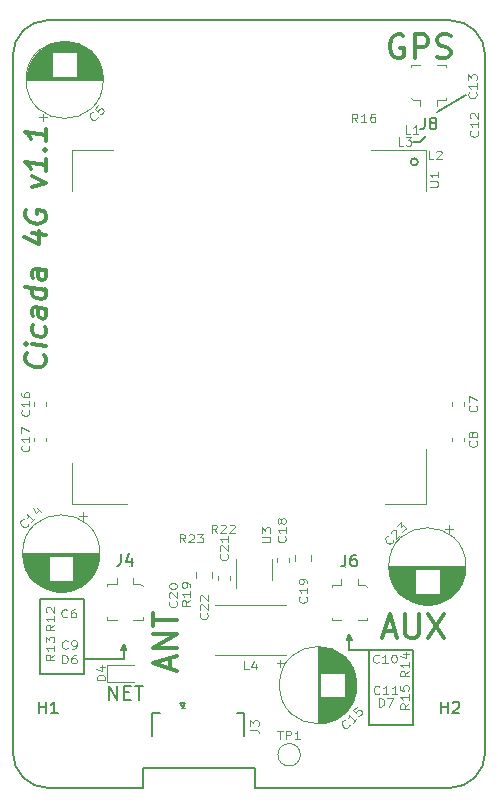
<source format=gto>
G04 #@! TF.GenerationSoftware,KiCad,Pcbnew,(5.1.0-10-g6006703)*
G04 #@! TF.CreationDate,2019-05-20T20:44:00+08:00*
G04 #@! TF.ProjectId,cicada-4g,63696361-6461-42d3-9467-2e6b69636164,0.1*
G04 #@! TF.SameCoordinates,PX7cee6c0PY3dfd240*
G04 #@! TF.FileFunction,Legend,Top*
G04 #@! TF.FilePolarity,Positive*
%FSLAX46Y46*%
G04 Gerber Fmt 4.6, Leading zero omitted, Abs format (unit mm)*
G04 Created by KiCad (PCBNEW (5.1.0-10-g6006703)) date 2019-05-20 20:44:00*
%MOMM*%
%LPD*%
G04 APERTURE LIST*
%ADD10C,0.200000*%
%ADD11C,0.300000*%
%ADD12C,0.150000*%
%ADD13C,0.350000*%
%ADD14C,0.120000*%
%ADD15C,0.099060*%
%ADD16C,0.100000*%
G04 APERTURE END LIST*
D10*
X-11842858Y-52542857D02*
X-11842858Y-51342857D01*
X-11157143Y-52542857D01*
X-11157143Y-51342857D01*
X-10585715Y-51914285D02*
X-10185715Y-51914285D01*
X-10014286Y-52542857D02*
X-10585715Y-52542857D01*
X-10585715Y-51342857D01*
X-10014286Y-51342857D01*
X-9671429Y-51342857D02*
X-8985715Y-51342857D01*
X-9328572Y-52542857D02*
X-9328572Y-51342857D01*
D11*
X13071428Y3700000D02*
X12880952Y3795239D01*
X12595238Y3795239D01*
X12309523Y3700000D01*
X12119047Y3509524D01*
X12023809Y3319048D01*
X11928571Y2938096D01*
X11928571Y2652381D01*
X12023809Y2271429D01*
X12119047Y2080953D01*
X12309523Y1890477D01*
X12595238Y1795239D01*
X12785714Y1795239D01*
X13071428Y1890477D01*
X13166666Y1985715D01*
X13166666Y2652381D01*
X12785714Y2652381D01*
X14023809Y1795239D02*
X14023809Y3795239D01*
X14785714Y3795239D01*
X14976190Y3700000D01*
X15071428Y3604762D01*
X15166666Y3414286D01*
X15166666Y3128572D01*
X15071428Y2938096D01*
X14976190Y2842858D01*
X14785714Y2747620D01*
X14023809Y2747620D01*
X15928571Y1890477D02*
X16214285Y1795239D01*
X16690476Y1795239D01*
X16880952Y1890477D01*
X16976190Y1985715D01*
X17071428Y2176191D01*
X17071428Y2366667D01*
X16976190Y2557143D01*
X16880952Y2652381D01*
X16690476Y2747620D01*
X16309523Y2842858D01*
X16119047Y2938096D01*
X16023809Y3033334D01*
X15928571Y3223810D01*
X15928571Y3414286D01*
X16023809Y3604762D01*
X16119047Y3700000D01*
X16309523Y3795239D01*
X16785714Y3795239D01*
X17071428Y3700000D01*
X11423809Y-46733333D02*
X12376190Y-46733333D01*
X11233333Y-47304761D02*
X11900000Y-45304761D01*
X12566666Y-47304761D01*
X13233333Y-45304761D02*
X13233333Y-46923809D01*
X13328571Y-47114285D01*
X13423809Y-47209523D01*
X13614285Y-47304761D01*
X13995238Y-47304761D01*
X14185714Y-47209523D01*
X14280952Y-47114285D01*
X14376190Y-46923809D01*
X14376190Y-45304761D01*
X15138095Y-45304761D02*
X16471428Y-47304761D01*
X16471428Y-45304761D02*
X15138095Y-47304761D01*
X-6666667Y-49935714D02*
X-6666667Y-48983333D01*
X-6095239Y-50126190D02*
X-8095239Y-49459523D01*
X-6095239Y-48792857D01*
X-6095239Y-48126190D02*
X-8095239Y-48126190D01*
X-6095239Y-46983333D01*
X-8095239Y-46983333D01*
X-8095239Y-46316666D02*
X-8095239Y-45173809D01*
X-6095239Y-45745238D02*
X-8095239Y-45745238D01*
D12*
X14500000Y-5300000D02*
X15000000Y-4800000D01*
X13900000Y-5300000D02*
X14500000Y-5300000D01*
X18400000Y-1350000D02*
X15900000Y-2800000D01*
X-10800000Y-48300000D02*
X-10400000Y-48300000D01*
X-17700000Y-50400000D02*
X-17700000Y-44000000D01*
X-10400000Y-48300000D02*
X-10600000Y-47800000D01*
X-10600000Y-49100000D02*
X-14000000Y-49100000D01*
X-10600000Y-47800000D02*
X-10800000Y-48300000D01*
X-17700000Y-44000000D02*
X-14000000Y-44000000D01*
X-10600000Y-49100000D02*
X-10600000Y-47800000D01*
X-14000000Y-44000000D02*
X-14000000Y-50400000D01*
X-14000000Y-50400000D02*
X-17700000Y-50400000D01*
X8700000Y-47500000D02*
X8500000Y-47000000D01*
X8300000Y-47500000D02*
X8700000Y-47500000D01*
X8500000Y-47000000D02*
X8300000Y-47500000D01*
X8500000Y-48300000D02*
X8500000Y-47000000D01*
X10200000Y-48300000D02*
X8500000Y-48300000D01*
X10200000Y-54700000D02*
X10200000Y-48300000D01*
X13900000Y-54700000D02*
X10200000Y-54700000D01*
X13900000Y-48300000D02*
X13900000Y-54700000D01*
X10200000Y-48300000D02*
X13900000Y-48300000D01*
X500000Y-60000000D02*
X17000000Y-60000000D01*
X500000Y-58300000D02*
X500000Y-60000000D01*
X-9000000Y-58300000D02*
X500000Y-58300000D01*
X-9000000Y-60000000D02*
X-9000000Y-58300000D01*
D13*
X-17357143Y-23357901D02*
X-17271429Y-23454330D01*
X-17185715Y-23722187D01*
X-17185715Y-23893616D01*
X-17271429Y-24140044D01*
X-17442858Y-24290044D01*
X-17614286Y-24354330D01*
X-17957143Y-24397187D01*
X-18214286Y-24365044D01*
X-18557143Y-24236473D01*
X-18728572Y-24129330D01*
X-18900000Y-23936473D01*
X-18985715Y-23668616D01*
X-18985715Y-23497187D01*
X-18900000Y-23250758D01*
X-18814286Y-23175758D01*
X-17185715Y-22607901D02*
X-18385715Y-22457901D01*
X-18985715Y-22382901D02*
X-18900000Y-22479330D01*
X-18814286Y-22404330D01*
X-18900000Y-22307901D01*
X-18985715Y-22382901D01*
X-18814286Y-22404330D01*
X-17271429Y-20968616D02*
X-17185715Y-21150758D01*
X-17185715Y-21493616D01*
X-17271429Y-21654330D01*
X-17357143Y-21729330D01*
X-17528572Y-21793616D01*
X-18042858Y-21729330D01*
X-18214286Y-21622187D01*
X-18300000Y-21525758D01*
X-18385715Y-21343616D01*
X-18385715Y-21000758D01*
X-18300000Y-20840044D01*
X-17185715Y-19436473D02*
X-18128572Y-19318616D01*
X-18300000Y-19382901D01*
X-18385715Y-19543616D01*
X-18385715Y-19886473D01*
X-18300000Y-20068616D01*
X-17271429Y-19425758D02*
X-17185715Y-19607901D01*
X-17185715Y-20036473D01*
X-17271429Y-20197187D01*
X-17442858Y-20261473D01*
X-17614286Y-20240044D01*
X-17785715Y-20132901D01*
X-17871429Y-19950758D01*
X-17871429Y-19522187D01*
X-17957143Y-19340044D01*
X-17185715Y-17807901D02*
X-18985715Y-17582901D01*
X-17271429Y-17797187D02*
X-17185715Y-17979330D01*
X-17185715Y-18322187D01*
X-17271429Y-18482901D01*
X-17357143Y-18557901D01*
X-17528572Y-18622187D01*
X-18042858Y-18557901D01*
X-18214286Y-18450758D01*
X-18300000Y-18354330D01*
X-18385715Y-18172187D01*
X-18385715Y-17829330D01*
X-18300000Y-17668616D01*
X-17185715Y-16179330D02*
X-18128572Y-16061473D01*
X-18300000Y-16125758D01*
X-18385715Y-16286473D01*
X-18385715Y-16629330D01*
X-18300000Y-16811473D01*
X-17271429Y-16168616D02*
X-17185715Y-16350758D01*
X-17185715Y-16779330D01*
X-17271429Y-16940044D01*
X-17442858Y-17004330D01*
X-17614286Y-16982901D01*
X-17785715Y-16875758D01*
X-17871429Y-16693616D01*
X-17871429Y-16265044D01*
X-17957143Y-16082901D01*
X-18385715Y-13029330D02*
X-17185715Y-13179330D01*
X-19071429Y-13372187D02*
X-17785715Y-13961473D01*
X-17785715Y-12847187D01*
X-18900000Y-11079330D02*
X-18985715Y-11240044D01*
X-18985715Y-11497187D01*
X-18900000Y-11765044D01*
X-18728572Y-11957901D01*
X-18557143Y-12065044D01*
X-18214286Y-12193616D01*
X-17957143Y-12225758D01*
X-17614286Y-12182901D01*
X-17442858Y-12118616D01*
X-17271429Y-11968616D01*
X-17185715Y-11722187D01*
X-17185715Y-11550758D01*
X-17271429Y-11282901D01*
X-17357143Y-11186473D01*
X-17957143Y-11111473D01*
X-17957143Y-11454330D01*
X-18385715Y-9086473D02*
X-17185715Y-8807901D01*
X-18385715Y-8229330D01*
X-17185715Y-6750758D02*
X-17185715Y-7779330D01*
X-17185715Y-7265044D02*
X-18985715Y-7040044D01*
X-18728572Y-7243616D01*
X-18557143Y-7436473D01*
X-18471429Y-7618616D01*
X-17357143Y-5957901D02*
X-17271429Y-5882901D01*
X-17185715Y-5979330D01*
X-17271429Y-6054330D01*
X-17357143Y-5957901D01*
X-17185715Y-5979330D01*
X-17185715Y-4179330D02*
X-17185715Y-5207901D01*
X-17185715Y-4693616D02*
X-18985715Y-4468616D01*
X-18728572Y-4672187D01*
X-18557143Y-4865044D01*
X-18471429Y-5047187D01*
D12*
X-17000000Y-60000000D02*
G75*
G02X-20000000Y-57000000I0J3000000D01*
G01*
X20000000Y-57000000D02*
G75*
G02X17000000Y-60000000I-3000000J0D01*
G01*
X17000000Y5000000D02*
G75*
G02X20000000Y2000000I0J-3000000D01*
G01*
X-20000000Y2000000D02*
G75*
G02X-17000000Y5000000I3000000J0D01*
G01*
X-20000000Y-57000000D02*
X-20000000Y2000000D01*
X-9000000Y-60000000D02*
X-17000000Y-60000000D01*
X20000000Y2000000D02*
X20000000Y-57000000D01*
X-17000000Y5000000D02*
X17000000Y5000000D01*
D14*
X13700000Y1200000D02*
X14500000Y1200000D01*
X13700000Y1000000D02*
X13700000Y1200000D01*
X16700000Y1200000D02*
X16700000Y1000000D01*
X15900000Y1200000D02*
X16700000Y1200000D01*
X16700000Y-1800000D02*
X15900000Y-1800000D01*
X16700000Y-1600000D02*
X16700000Y-1800000D01*
X13900000Y-1800000D02*
X13700000Y-1600000D01*
X14500000Y-1800000D02*
X13900000Y-1800000D01*
X14500000Y-1800000D02*
X14500000Y-2300000D01*
X15900000Y-1800000D02*
X15900000Y-2300000D01*
X10000000Y-45800000D02*
X9200000Y-45800000D01*
X10000000Y-45600000D02*
X10000000Y-45800000D01*
X7000000Y-45800000D02*
X7000000Y-45600000D01*
X7800000Y-45800000D02*
X7000000Y-45800000D01*
X7000000Y-42800000D02*
X7800000Y-42800000D01*
X7000000Y-43000000D02*
X7000000Y-42800000D01*
X9800000Y-42800000D02*
X10000000Y-43000000D01*
X9200000Y-42800000D02*
X9800000Y-42800000D01*
X9200000Y-42800000D02*
X9200000Y-42300000D01*
X7800000Y-42800000D02*
X7800000Y-42300000D01*
X-9000000Y-45750000D02*
X-9800000Y-45750000D01*
X-9000000Y-45550000D02*
X-9000000Y-45750000D01*
X-12000000Y-45750000D02*
X-12000000Y-45550000D01*
X-11200000Y-45750000D02*
X-12000000Y-45750000D01*
X-12000000Y-42750000D02*
X-11200000Y-42750000D01*
X-12000000Y-42950000D02*
X-12000000Y-42750000D01*
X-9200000Y-42750000D02*
X-9000000Y-42950000D01*
X-9800000Y-42750000D02*
X-9200000Y-42750000D01*
X-9800000Y-42750000D02*
X-9800000Y-42250000D01*
X-11200000Y-42750000D02*
X-11200000Y-42250000D01*
D12*
X14300000Y-7000000D02*
G75*
G03X14300000Y-7000000I-300000J0D01*
G01*
D15*
X15000000Y-9500000D02*
X14998700Y-6001300D01*
X14998700Y-35998700D02*
X14998700Y-31347960D01*
X-11500000Y-6000000D02*
X-14998700Y-6001300D01*
X14998700Y-6001300D02*
X10347960Y-6001300D01*
X-15000000Y-9500000D02*
X-14998700Y-6001300D01*
X-14998700Y-35998700D02*
X-15000000Y-32500000D01*
X-10347960Y-35998700D02*
X-14998700Y-35998700D01*
X14998700Y-35998700D02*
X11500000Y-36000000D01*
D12*
X-8200000Y-53700000D02*
X-7500000Y-53700000D01*
X-8200000Y-53700000D02*
X-8200000Y-55600000D01*
X-1000000Y-53700000D02*
X-400000Y-53700000D01*
X-400000Y-53700000D02*
X-400000Y-55600000D01*
X-5800000Y-52800000D02*
X-5600000Y-53200000D01*
X-5600000Y-53200000D02*
X-5400000Y-52800000D01*
X-5400000Y-52800000D02*
X-5800000Y-52800000D01*
D14*
X-17190000Y-27662779D02*
X-17190000Y-27337221D01*
X-18210000Y-27662779D02*
X-18210000Y-27337221D01*
X18210000Y-27662779D02*
X18210000Y-27337221D01*
X17190000Y-27662779D02*
X17190000Y-27337221D01*
X-1134265Y-40647209D02*
X-1134265Y-43077209D01*
X1935735Y-42407209D02*
X1935735Y-40647209D01*
X4350000Y-57200000D02*
G75*
G03X4350000Y-57200000I-950000J0D01*
G01*
X3100000Y-44550000D02*
X-2900000Y-44550000D01*
X3100000Y-48750000D02*
X-2900000Y-48750000D01*
D16*
X8205000Y-41300000D02*
G75*
G03X8205000Y-41300000I-50000J0D01*
G01*
X-10105000Y-41250000D02*
G75*
G03X-10105000Y-41250000I-50000J0D01*
G01*
D14*
X-11985000Y-51035000D02*
X-9700000Y-51035000D01*
X-11985000Y-49565000D02*
X-11985000Y-51035000D01*
X-9700000Y-49565000D02*
X-11985000Y-49565000D01*
X17254000Y-38064759D02*
X16624000Y-38064759D01*
X16939000Y-37749759D02*
X16939000Y-38379759D01*
X15502000Y-44491000D02*
X14698000Y-44491000D01*
X15733000Y-44451000D02*
X14467000Y-44451000D01*
X15902000Y-44411000D02*
X14298000Y-44411000D01*
X16040000Y-44371000D02*
X14160000Y-44371000D01*
X16159000Y-44331000D02*
X14041000Y-44331000D01*
X16265000Y-44291000D02*
X13935000Y-44291000D01*
X16362000Y-44251000D02*
X13838000Y-44251000D01*
X16450000Y-44211000D02*
X13750000Y-44211000D01*
X16532000Y-44171000D02*
X13668000Y-44171000D01*
X16609000Y-44131000D02*
X13591000Y-44131000D01*
X16681000Y-44091000D02*
X13519000Y-44091000D01*
X16750000Y-44051000D02*
X13450000Y-44051000D01*
X16814000Y-44011000D02*
X13386000Y-44011000D01*
X16876000Y-43971000D02*
X13324000Y-43971000D01*
X16934000Y-43931000D02*
X13266000Y-43931000D01*
X16990000Y-43891000D02*
X13210000Y-43891000D01*
X17044000Y-43851000D02*
X13156000Y-43851000D01*
X17095000Y-43811000D02*
X13105000Y-43811000D01*
X17144000Y-43771000D02*
X13056000Y-43771000D01*
X17192000Y-43731000D02*
X13008000Y-43731000D01*
X17237000Y-43691000D02*
X12963000Y-43691000D01*
X17282000Y-43651000D02*
X12918000Y-43651000D01*
X17324000Y-43611000D02*
X12876000Y-43611000D01*
X17365000Y-43571000D02*
X12835000Y-43571000D01*
X14060000Y-43531000D02*
X12795000Y-43531000D01*
X17405000Y-43531000D02*
X16140000Y-43531000D01*
X14060000Y-43491000D02*
X12757000Y-43491000D01*
X17443000Y-43491000D02*
X16140000Y-43491000D01*
X14060000Y-43451000D02*
X12720000Y-43451000D01*
X17480000Y-43451000D02*
X16140000Y-43451000D01*
X14060000Y-43411000D02*
X12684000Y-43411000D01*
X17516000Y-43411000D02*
X16140000Y-43411000D01*
X14060000Y-43371000D02*
X12650000Y-43371000D01*
X17550000Y-43371000D02*
X16140000Y-43371000D01*
X14060000Y-43331000D02*
X12616000Y-43331000D01*
X17584000Y-43331000D02*
X16140000Y-43331000D01*
X14060000Y-43291000D02*
X12584000Y-43291000D01*
X17616000Y-43291000D02*
X16140000Y-43291000D01*
X14060000Y-43251000D02*
X12552000Y-43251000D01*
X17648000Y-43251000D02*
X16140000Y-43251000D01*
X14060000Y-43211000D02*
X12522000Y-43211000D01*
X17678000Y-43211000D02*
X16140000Y-43211000D01*
X14060000Y-43171000D02*
X12493000Y-43171000D01*
X17707000Y-43171000D02*
X16140000Y-43171000D01*
X14060000Y-43131000D02*
X12464000Y-43131000D01*
X17736000Y-43131000D02*
X16140000Y-43131000D01*
X14060000Y-43091000D02*
X12436000Y-43091000D01*
X17764000Y-43091000D02*
X16140000Y-43091000D01*
X14060000Y-43051000D02*
X12410000Y-43051000D01*
X17790000Y-43051000D02*
X16140000Y-43051000D01*
X14060000Y-43011000D02*
X12384000Y-43011000D01*
X17816000Y-43011000D02*
X16140000Y-43011000D01*
X14060000Y-42971000D02*
X12358000Y-42971000D01*
X17842000Y-42971000D02*
X16140000Y-42971000D01*
X14060000Y-42931000D02*
X12334000Y-42931000D01*
X17866000Y-42931000D02*
X16140000Y-42931000D01*
X14060000Y-42891000D02*
X12310000Y-42891000D01*
X17890000Y-42891000D02*
X16140000Y-42891000D01*
X14060000Y-42851000D02*
X12288000Y-42851000D01*
X17912000Y-42851000D02*
X16140000Y-42851000D01*
X14060000Y-42811000D02*
X12266000Y-42811000D01*
X17934000Y-42811000D02*
X16140000Y-42811000D01*
X14060000Y-42771000D02*
X12244000Y-42771000D01*
X17956000Y-42771000D02*
X16140000Y-42771000D01*
X14060000Y-42731000D02*
X12224000Y-42731000D01*
X17976000Y-42731000D02*
X16140000Y-42731000D01*
X14060000Y-42691000D02*
X12204000Y-42691000D01*
X17996000Y-42691000D02*
X16140000Y-42691000D01*
X14060000Y-42651000D02*
X12184000Y-42651000D01*
X18016000Y-42651000D02*
X16140000Y-42651000D01*
X14060000Y-42611000D02*
X12166000Y-42611000D01*
X18034000Y-42611000D02*
X16140000Y-42611000D01*
X14060000Y-42571000D02*
X12148000Y-42571000D01*
X18052000Y-42571000D02*
X16140000Y-42571000D01*
X14060000Y-42531000D02*
X12130000Y-42531000D01*
X18070000Y-42531000D02*
X16140000Y-42531000D01*
X14060000Y-42491000D02*
X12114000Y-42491000D01*
X18086000Y-42491000D02*
X16140000Y-42491000D01*
X14060000Y-42451000D02*
X12098000Y-42451000D01*
X18102000Y-42451000D02*
X16140000Y-42451000D01*
X14060000Y-42411000D02*
X12082000Y-42411000D01*
X18118000Y-42411000D02*
X16140000Y-42411000D01*
X14060000Y-42371000D02*
X12067000Y-42371000D01*
X18133000Y-42371000D02*
X16140000Y-42371000D01*
X14060000Y-42331000D02*
X12053000Y-42331000D01*
X18147000Y-42331000D02*
X16140000Y-42331000D01*
X14060000Y-42291000D02*
X12039000Y-42291000D01*
X18161000Y-42291000D02*
X16140000Y-42291000D01*
X14060000Y-42251000D02*
X12026000Y-42251000D01*
X18174000Y-42251000D02*
X16140000Y-42251000D01*
X14060000Y-42211000D02*
X12014000Y-42211000D01*
X18186000Y-42211000D02*
X16140000Y-42211000D01*
X14060000Y-42171000D02*
X12002000Y-42171000D01*
X18198000Y-42171000D02*
X16140000Y-42171000D01*
X14060000Y-42131000D02*
X11990000Y-42131000D01*
X18210000Y-42131000D02*
X16140000Y-42131000D01*
X14060000Y-42091000D02*
X11979000Y-42091000D01*
X18221000Y-42091000D02*
X16140000Y-42091000D01*
X14060000Y-42051000D02*
X11969000Y-42051000D01*
X18231000Y-42051000D02*
X16140000Y-42051000D01*
X14060000Y-42011000D02*
X11959000Y-42011000D01*
X18241000Y-42011000D02*
X16140000Y-42011000D01*
X14060000Y-41971000D02*
X11950000Y-41971000D01*
X18250000Y-41971000D02*
X16140000Y-41971000D01*
X14060000Y-41930000D02*
X11941000Y-41930000D01*
X18259000Y-41930000D02*
X16140000Y-41930000D01*
X14060000Y-41890000D02*
X11933000Y-41890000D01*
X18267000Y-41890000D02*
X16140000Y-41890000D01*
X14060000Y-41850000D02*
X11925000Y-41850000D01*
X18275000Y-41850000D02*
X16140000Y-41850000D01*
X14060000Y-41810000D02*
X11918000Y-41810000D01*
X18282000Y-41810000D02*
X16140000Y-41810000D01*
X14060000Y-41770000D02*
X11911000Y-41770000D01*
X18289000Y-41770000D02*
X16140000Y-41770000D01*
X14060000Y-41730000D02*
X11905000Y-41730000D01*
X18295000Y-41730000D02*
X16140000Y-41730000D01*
X14060000Y-41690000D02*
X11899000Y-41690000D01*
X18301000Y-41690000D02*
X16140000Y-41690000D01*
X14060000Y-41650000D02*
X11894000Y-41650000D01*
X18306000Y-41650000D02*
X16140000Y-41650000D01*
X14060000Y-41610000D02*
X11889000Y-41610000D01*
X18311000Y-41610000D02*
X16140000Y-41610000D01*
X14060000Y-41570000D02*
X11885000Y-41570000D01*
X18315000Y-41570000D02*
X16140000Y-41570000D01*
X14060000Y-41530000D02*
X11882000Y-41530000D01*
X18318000Y-41530000D02*
X16140000Y-41530000D01*
X14060000Y-41490000D02*
X11878000Y-41490000D01*
X18322000Y-41490000D02*
X16140000Y-41490000D01*
X18324000Y-41450000D02*
X11876000Y-41450000D01*
X18327000Y-41410000D02*
X11873000Y-41410000D01*
X18328000Y-41370000D02*
X11872000Y-41370000D01*
X18330000Y-41330000D02*
X11870000Y-41330000D01*
X18330000Y-41290000D02*
X11870000Y-41290000D01*
X18330000Y-41250000D02*
X11870000Y-41250000D01*
X18370000Y-41250000D02*
G75*
G03X18370000Y-41250000I-3270000J0D01*
G01*
X-4510000Y-41741422D02*
X-4510000Y-42258578D01*
X-3090000Y-41741422D02*
X-3090000Y-42258578D01*
X-1590000Y-42375279D02*
X-1590000Y-42049721D01*
X-2610000Y-42375279D02*
X-2610000Y-42049721D01*
X5285735Y-40785786D02*
X5285735Y-40268630D01*
X3865735Y-40785786D02*
X3865735Y-40268630D01*
X2365736Y-40576927D02*
X2365736Y-40902485D01*
X3385736Y-40576927D02*
X3385736Y-40902485D01*
X-18210000Y-30337221D02*
X-18210000Y-30662779D01*
X-17190000Y-30337221D02*
X-17190000Y-30662779D01*
X2664759Y-49146000D02*
X2664759Y-49776000D01*
X2349759Y-49461000D02*
X2979759Y-49461000D01*
X9091000Y-50898000D02*
X9091000Y-51702000D01*
X9051000Y-50667000D02*
X9051000Y-51933000D01*
X9011000Y-50498000D02*
X9011000Y-52102000D01*
X8971000Y-50360000D02*
X8971000Y-52240000D01*
X8931000Y-50241000D02*
X8931000Y-52359000D01*
X8891000Y-50135000D02*
X8891000Y-52465000D01*
X8851000Y-50038000D02*
X8851000Y-52562000D01*
X8811000Y-49950000D02*
X8811000Y-52650000D01*
X8771000Y-49868000D02*
X8771000Y-52732000D01*
X8731000Y-49791000D02*
X8731000Y-52809000D01*
X8691000Y-49719000D02*
X8691000Y-52881000D01*
X8651000Y-49650000D02*
X8651000Y-52950000D01*
X8611000Y-49586000D02*
X8611000Y-53014000D01*
X8571000Y-49524000D02*
X8571000Y-53076000D01*
X8531000Y-49466000D02*
X8531000Y-53134000D01*
X8491000Y-49410000D02*
X8491000Y-53190000D01*
X8451000Y-49356000D02*
X8451000Y-53244000D01*
X8411000Y-49305000D02*
X8411000Y-53295000D01*
X8371000Y-49256000D02*
X8371000Y-53344000D01*
X8331000Y-49208000D02*
X8331000Y-53392000D01*
X8291000Y-49163000D02*
X8291000Y-53437000D01*
X8251000Y-49118000D02*
X8251000Y-53482000D01*
X8211000Y-49076000D02*
X8211000Y-53524000D01*
X8171000Y-49035000D02*
X8171000Y-53565000D01*
X8131000Y-52340000D02*
X8131000Y-53605000D01*
X8131000Y-48995000D02*
X8131000Y-50260000D01*
X8091000Y-52340000D02*
X8091000Y-53643000D01*
X8091000Y-48957000D02*
X8091000Y-50260000D01*
X8051000Y-52340000D02*
X8051000Y-53680000D01*
X8051000Y-48920000D02*
X8051000Y-50260000D01*
X8011000Y-52340000D02*
X8011000Y-53716000D01*
X8011000Y-48884000D02*
X8011000Y-50260000D01*
X7971000Y-52340000D02*
X7971000Y-53750000D01*
X7971000Y-48850000D02*
X7971000Y-50260000D01*
X7931000Y-52340000D02*
X7931000Y-53784000D01*
X7931000Y-48816000D02*
X7931000Y-50260000D01*
X7891000Y-52340000D02*
X7891000Y-53816000D01*
X7891000Y-48784000D02*
X7891000Y-50260000D01*
X7851000Y-52340000D02*
X7851000Y-53848000D01*
X7851000Y-48752000D02*
X7851000Y-50260000D01*
X7811000Y-52340000D02*
X7811000Y-53878000D01*
X7811000Y-48722000D02*
X7811000Y-50260000D01*
X7771000Y-52340000D02*
X7771000Y-53907000D01*
X7771000Y-48693000D02*
X7771000Y-50260000D01*
X7731000Y-52340000D02*
X7731000Y-53936000D01*
X7731000Y-48664000D02*
X7731000Y-50260000D01*
X7691000Y-52340000D02*
X7691000Y-53964000D01*
X7691000Y-48636000D02*
X7691000Y-50260000D01*
X7651000Y-52340000D02*
X7651000Y-53990000D01*
X7651000Y-48610000D02*
X7651000Y-50260000D01*
X7611000Y-52340000D02*
X7611000Y-54016000D01*
X7611000Y-48584000D02*
X7611000Y-50260000D01*
X7571000Y-52340000D02*
X7571000Y-54042000D01*
X7571000Y-48558000D02*
X7571000Y-50260000D01*
X7531000Y-52340000D02*
X7531000Y-54066000D01*
X7531000Y-48534000D02*
X7531000Y-50260000D01*
X7491000Y-52340000D02*
X7491000Y-54090000D01*
X7491000Y-48510000D02*
X7491000Y-50260000D01*
X7451000Y-52340000D02*
X7451000Y-54112000D01*
X7451000Y-48488000D02*
X7451000Y-50260000D01*
X7411000Y-52340000D02*
X7411000Y-54134000D01*
X7411000Y-48466000D02*
X7411000Y-50260000D01*
X7371000Y-52340000D02*
X7371000Y-54156000D01*
X7371000Y-48444000D02*
X7371000Y-50260000D01*
X7331000Y-52340000D02*
X7331000Y-54176000D01*
X7331000Y-48424000D02*
X7331000Y-50260000D01*
X7291000Y-52340000D02*
X7291000Y-54196000D01*
X7291000Y-48404000D02*
X7291000Y-50260000D01*
X7251000Y-52340000D02*
X7251000Y-54216000D01*
X7251000Y-48384000D02*
X7251000Y-50260000D01*
X7211000Y-52340000D02*
X7211000Y-54234000D01*
X7211000Y-48366000D02*
X7211000Y-50260000D01*
X7171000Y-52340000D02*
X7171000Y-54252000D01*
X7171000Y-48348000D02*
X7171000Y-50260000D01*
X7131000Y-52340000D02*
X7131000Y-54270000D01*
X7131000Y-48330000D02*
X7131000Y-50260000D01*
X7091000Y-52340000D02*
X7091000Y-54286000D01*
X7091000Y-48314000D02*
X7091000Y-50260000D01*
X7051000Y-52340000D02*
X7051000Y-54302000D01*
X7051000Y-48298000D02*
X7051000Y-50260000D01*
X7011000Y-52340000D02*
X7011000Y-54318000D01*
X7011000Y-48282000D02*
X7011000Y-50260000D01*
X6971000Y-52340000D02*
X6971000Y-54333000D01*
X6971000Y-48267000D02*
X6971000Y-50260000D01*
X6931000Y-52340000D02*
X6931000Y-54347000D01*
X6931000Y-48253000D02*
X6931000Y-50260000D01*
X6891000Y-52340000D02*
X6891000Y-54361000D01*
X6891000Y-48239000D02*
X6891000Y-50260000D01*
X6851000Y-52340000D02*
X6851000Y-54374000D01*
X6851000Y-48226000D02*
X6851000Y-50260000D01*
X6811000Y-52340000D02*
X6811000Y-54386000D01*
X6811000Y-48214000D02*
X6811000Y-50260000D01*
X6771000Y-52340000D02*
X6771000Y-54398000D01*
X6771000Y-48202000D02*
X6771000Y-50260000D01*
X6731000Y-52340000D02*
X6731000Y-54410000D01*
X6731000Y-48190000D02*
X6731000Y-50260000D01*
X6691000Y-52340000D02*
X6691000Y-54421000D01*
X6691000Y-48179000D02*
X6691000Y-50260000D01*
X6651000Y-52340000D02*
X6651000Y-54431000D01*
X6651000Y-48169000D02*
X6651000Y-50260000D01*
X6611000Y-52340000D02*
X6611000Y-54441000D01*
X6611000Y-48159000D02*
X6611000Y-50260000D01*
X6571000Y-52340000D02*
X6571000Y-54450000D01*
X6571000Y-48150000D02*
X6571000Y-50260000D01*
X6530000Y-52340000D02*
X6530000Y-54459000D01*
X6530000Y-48141000D02*
X6530000Y-50260000D01*
X6490000Y-52340000D02*
X6490000Y-54467000D01*
X6490000Y-48133000D02*
X6490000Y-50260000D01*
X6450000Y-52340000D02*
X6450000Y-54475000D01*
X6450000Y-48125000D02*
X6450000Y-50260000D01*
X6410000Y-52340000D02*
X6410000Y-54482000D01*
X6410000Y-48118000D02*
X6410000Y-50260000D01*
X6370000Y-52340000D02*
X6370000Y-54489000D01*
X6370000Y-48111000D02*
X6370000Y-50260000D01*
X6330000Y-52340000D02*
X6330000Y-54495000D01*
X6330000Y-48105000D02*
X6330000Y-50260000D01*
X6290000Y-52340000D02*
X6290000Y-54501000D01*
X6290000Y-48099000D02*
X6290000Y-50260000D01*
X6250000Y-52340000D02*
X6250000Y-54506000D01*
X6250000Y-48094000D02*
X6250000Y-50260000D01*
X6210000Y-52340000D02*
X6210000Y-54511000D01*
X6210000Y-48089000D02*
X6210000Y-50260000D01*
X6170000Y-52340000D02*
X6170000Y-54515000D01*
X6170000Y-48085000D02*
X6170000Y-50260000D01*
X6130000Y-52340000D02*
X6130000Y-54518000D01*
X6130000Y-48082000D02*
X6130000Y-50260000D01*
X6090000Y-52340000D02*
X6090000Y-54522000D01*
X6090000Y-48078000D02*
X6090000Y-50260000D01*
X6050000Y-48076000D02*
X6050000Y-54524000D01*
X6010000Y-48073000D02*
X6010000Y-54527000D01*
X5970000Y-48072000D02*
X5970000Y-54528000D01*
X5930000Y-48070000D02*
X5930000Y-54530000D01*
X5890000Y-48070000D02*
X5890000Y-54530000D01*
X5850000Y-48070000D02*
X5850000Y-54530000D01*
X9120000Y-51300000D02*
G75*
G03X9120000Y-51300000I-3270000J0D01*
G01*
X-13746000Y-36964759D02*
X-14376000Y-36964759D01*
X-14061000Y-36649759D02*
X-14061000Y-37279759D01*
X-15498000Y-43391000D02*
X-16302000Y-43391000D01*
X-15267000Y-43351000D02*
X-16533000Y-43351000D01*
X-15098000Y-43311000D02*
X-16702000Y-43311000D01*
X-14960000Y-43271000D02*
X-16840000Y-43271000D01*
X-14841000Y-43231000D02*
X-16959000Y-43231000D01*
X-14735000Y-43191000D02*
X-17065000Y-43191000D01*
X-14638000Y-43151000D02*
X-17162000Y-43151000D01*
X-14550000Y-43111000D02*
X-17250000Y-43111000D01*
X-14468000Y-43071000D02*
X-17332000Y-43071000D01*
X-14391000Y-43031000D02*
X-17409000Y-43031000D01*
X-14319000Y-42991000D02*
X-17481000Y-42991000D01*
X-14250000Y-42951000D02*
X-17550000Y-42951000D01*
X-14186000Y-42911000D02*
X-17614000Y-42911000D01*
X-14124000Y-42871000D02*
X-17676000Y-42871000D01*
X-14066000Y-42831000D02*
X-17734000Y-42831000D01*
X-14010000Y-42791000D02*
X-17790000Y-42791000D01*
X-13956000Y-42751000D02*
X-17844000Y-42751000D01*
X-13905000Y-42711000D02*
X-17895000Y-42711000D01*
X-13856000Y-42671000D02*
X-17944000Y-42671000D01*
X-13808000Y-42631000D02*
X-17992000Y-42631000D01*
X-13763000Y-42591000D02*
X-18037000Y-42591000D01*
X-13718000Y-42551000D02*
X-18082000Y-42551000D01*
X-13676000Y-42511000D02*
X-18124000Y-42511000D01*
X-13635000Y-42471000D02*
X-18165000Y-42471000D01*
X-16940000Y-42431000D02*
X-18205000Y-42431000D01*
X-13595000Y-42431000D02*
X-14860000Y-42431000D01*
X-16940000Y-42391000D02*
X-18243000Y-42391000D01*
X-13557000Y-42391000D02*
X-14860000Y-42391000D01*
X-16940000Y-42351000D02*
X-18280000Y-42351000D01*
X-13520000Y-42351000D02*
X-14860000Y-42351000D01*
X-16940000Y-42311000D02*
X-18316000Y-42311000D01*
X-13484000Y-42311000D02*
X-14860000Y-42311000D01*
X-16940000Y-42271000D02*
X-18350000Y-42271000D01*
X-13450000Y-42271000D02*
X-14860000Y-42271000D01*
X-16940000Y-42231000D02*
X-18384000Y-42231000D01*
X-13416000Y-42231000D02*
X-14860000Y-42231000D01*
X-16940000Y-42191000D02*
X-18416000Y-42191000D01*
X-13384000Y-42191000D02*
X-14860000Y-42191000D01*
X-16940000Y-42151000D02*
X-18448000Y-42151000D01*
X-13352000Y-42151000D02*
X-14860000Y-42151000D01*
X-16940000Y-42111000D02*
X-18478000Y-42111000D01*
X-13322000Y-42111000D02*
X-14860000Y-42111000D01*
X-16940000Y-42071000D02*
X-18507000Y-42071000D01*
X-13293000Y-42071000D02*
X-14860000Y-42071000D01*
X-16940000Y-42031000D02*
X-18536000Y-42031000D01*
X-13264000Y-42031000D02*
X-14860000Y-42031000D01*
X-16940000Y-41991000D02*
X-18564000Y-41991000D01*
X-13236000Y-41991000D02*
X-14860000Y-41991000D01*
X-16940000Y-41951000D02*
X-18590000Y-41951000D01*
X-13210000Y-41951000D02*
X-14860000Y-41951000D01*
X-16940000Y-41911000D02*
X-18616000Y-41911000D01*
X-13184000Y-41911000D02*
X-14860000Y-41911000D01*
X-16940000Y-41871000D02*
X-18642000Y-41871000D01*
X-13158000Y-41871000D02*
X-14860000Y-41871000D01*
X-16940000Y-41831000D02*
X-18666000Y-41831000D01*
X-13134000Y-41831000D02*
X-14860000Y-41831000D01*
X-16940000Y-41791000D02*
X-18690000Y-41791000D01*
X-13110000Y-41791000D02*
X-14860000Y-41791000D01*
X-16940000Y-41751000D02*
X-18712000Y-41751000D01*
X-13088000Y-41751000D02*
X-14860000Y-41751000D01*
X-16940000Y-41711000D02*
X-18734000Y-41711000D01*
X-13066000Y-41711000D02*
X-14860000Y-41711000D01*
X-16940000Y-41671000D02*
X-18756000Y-41671000D01*
X-13044000Y-41671000D02*
X-14860000Y-41671000D01*
X-16940000Y-41631000D02*
X-18776000Y-41631000D01*
X-13024000Y-41631000D02*
X-14860000Y-41631000D01*
X-16940000Y-41591000D02*
X-18796000Y-41591000D01*
X-13004000Y-41591000D02*
X-14860000Y-41591000D01*
X-16940000Y-41551000D02*
X-18816000Y-41551000D01*
X-12984000Y-41551000D02*
X-14860000Y-41551000D01*
X-16940000Y-41511000D02*
X-18834000Y-41511000D01*
X-12966000Y-41511000D02*
X-14860000Y-41511000D01*
X-16940000Y-41471000D02*
X-18852000Y-41471000D01*
X-12948000Y-41471000D02*
X-14860000Y-41471000D01*
X-16940000Y-41431000D02*
X-18870000Y-41431000D01*
X-12930000Y-41431000D02*
X-14860000Y-41431000D01*
X-16940000Y-41391000D02*
X-18886000Y-41391000D01*
X-12914000Y-41391000D02*
X-14860000Y-41391000D01*
X-16940000Y-41351000D02*
X-18902000Y-41351000D01*
X-12898000Y-41351000D02*
X-14860000Y-41351000D01*
X-16940000Y-41311000D02*
X-18918000Y-41311000D01*
X-12882000Y-41311000D02*
X-14860000Y-41311000D01*
X-16940000Y-41271000D02*
X-18933000Y-41271000D01*
X-12867000Y-41271000D02*
X-14860000Y-41271000D01*
X-16940000Y-41231000D02*
X-18947000Y-41231000D01*
X-12853000Y-41231000D02*
X-14860000Y-41231000D01*
X-16940000Y-41191000D02*
X-18961000Y-41191000D01*
X-12839000Y-41191000D02*
X-14860000Y-41191000D01*
X-16940000Y-41151000D02*
X-18974000Y-41151000D01*
X-12826000Y-41151000D02*
X-14860000Y-41151000D01*
X-16940000Y-41111000D02*
X-18986000Y-41111000D01*
X-12814000Y-41111000D02*
X-14860000Y-41111000D01*
X-16940000Y-41071000D02*
X-18998000Y-41071000D01*
X-12802000Y-41071000D02*
X-14860000Y-41071000D01*
X-16940000Y-41031000D02*
X-19010000Y-41031000D01*
X-12790000Y-41031000D02*
X-14860000Y-41031000D01*
X-16940000Y-40991000D02*
X-19021000Y-40991000D01*
X-12779000Y-40991000D02*
X-14860000Y-40991000D01*
X-16940000Y-40951000D02*
X-19031000Y-40951000D01*
X-12769000Y-40951000D02*
X-14860000Y-40951000D01*
X-16940000Y-40911000D02*
X-19041000Y-40911000D01*
X-12759000Y-40911000D02*
X-14860000Y-40911000D01*
X-16940000Y-40871000D02*
X-19050000Y-40871000D01*
X-12750000Y-40871000D02*
X-14860000Y-40871000D01*
X-16940000Y-40830000D02*
X-19059000Y-40830000D01*
X-12741000Y-40830000D02*
X-14860000Y-40830000D01*
X-16940000Y-40790000D02*
X-19067000Y-40790000D01*
X-12733000Y-40790000D02*
X-14860000Y-40790000D01*
X-16940000Y-40750000D02*
X-19075000Y-40750000D01*
X-12725000Y-40750000D02*
X-14860000Y-40750000D01*
X-16940000Y-40710000D02*
X-19082000Y-40710000D01*
X-12718000Y-40710000D02*
X-14860000Y-40710000D01*
X-16940000Y-40670000D02*
X-19089000Y-40670000D01*
X-12711000Y-40670000D02*
X-14860000Y-40670000D01*
X-16940000Y-40630000D02*
X-19095000Y-40630000D01*
X-12705000Y-40630000D02*
X-14860000Y-40630000D01*
X-16940000Y-40590000D02*
X-19101000Y-40590000D01*
X-12699000Y-40590000D02*
X-14860000Y-40590000D01*
X-16940000Y-40550000D02*
X-19106000Y-40550000D01*
X-12694000Y-40550000D02*
X-14860000Y-40550000D01*
X-16940000Y-40510000D02*
X-19111000Y-40510000D01*
X-12689000Y-40510000D02*
X-14860000Y-40510000D01*
X-16940000Y-40470000D02*
X-19115000Y-40470000D01*
X-12685000Y-40470000D02*
X-14860000Y-40470000D01*
X-16940000Y-40430000D02*
X-19118000Y-40430000D01*
X-12682000Y-40430000D02*
X-14860000Y-40430000D01*
X-16940000Y-40390000D02*
X-19122000Y-40390000D01*
X-12678000Y-40390000D02*
X-14860000Y-40390000D01*
X-12676000Y-40350000D02*
X-19124000Y-40350000D01*
X-12673000Y-40310000D02*
X-19127000Y-40310000D01*
X-12672000Y-40270000D02*
X-19128000Y-40270000D01*
X-12670000Y-40230000D02*
X-19130000Y-40230000D01*
X-12670000Y-40190000D02*
X-19130000Y-40190000D01*
X-12670000Y-40150000D02*
X-19130000Y-40150000D01*
X-12630000Y-40150000D02*
G75*
G03X-12630000Y-40150000I-3270000J0D01*
G01*
X17190000Y-30337221D02*
X17190000Y-30662779D01*
X18210000Y-30337221D02*
X18210000Y-30662779D01*
X-17754000Y-3235241D02*
X-17124000Y-3235241D01*
X-17439000Y-3550241D02*
X-17439000Y-2920241D01*
X-16002000Y3191000D02*
X-15198000Y3191000D01*
X-16233000Y3151000D02*
X-14967000Y3151000D01*
X-16402000Y3111000D02*
X-14798000Y3111000D01*
X-16540000Y3071000D02*
X-14660000Y3071000D01*
X-16659000Y3031000D02*
X-14541000Y3031000D01*
X-16765000Y2991000D02*
X-14435000Y2991000D01*
X-16862000Y2951000D02*
X-14338000Y2951000D01*
X-16950000Y2911000D02*
X-14250000Y2911000D01*
X-17032000Y2871000D02*
X-14168000Y2871000D01*
X-17109000Y2831000D02*
X-14091000Y2831000D01*
X-17181000Y2791000D02*
X-14019000Y2791000D01*
X-17250000Y2751000D02*
X-13950000Y2751000D01*
X-17314000Y2711000D02*
X-13886000Y2711000D01*
X-17376000Y2671000D02*
X-13824000Y2671000D01*
X-17434000Y2631000D02*
X-13766000Y2631000D01*
X-17490000Y2591000D02*
X-13710000Y2591000D01*
X-17544000Y2551000D02*
X-13656000Y2551000D01*
X-17595000Y2511000D02*
X-13605000Y2511000D01*
X-17644000Y2471000D02*
X-13556000Y2471000D01*
X-17692000Y2431000D02*
X-13508000Y2431000D01*
X-17737000Y2391000D02*
X-13463000Y2391000D01*
X-17782000Y2351000D02*
X-13418000Y2351000D01*
X-17824000Y2311000D02*
X-13376000Y2311000D01*
X-17865000Y2271000D02*
X-13335000Y2271000D01*
X-14560000Y2231000D02*
X-13295000Y2231000D01*
X-17905000Y2231000D02*
X-16640000Y2231000D01*
X-14560000Y2191000D02*
X-13257000Y2191000D01*
X-17943000Y2191000D02*
X-16640000Y2191000D01*
X-14560000Y2151000D02*
X-13220000Y2151000D01*
X-17980000Y2151000D02*
X-16640000Y2151000D01*
X-14560000Y2111000D02*
X-13184000Y2111000D01*
X-18016000Y2111000D02*
X-16640000Y2111000D01*
X-14560000Y2071000D02*
X-13150000Y2071000D01*
X-18050000Y2071000D02*
X-16640000Y2071000D01*
X-14560000Y2031000D02*
X-13116000Y2031000D01*
X-18084000Y2031000D02*
X-16640000Y2031000D01*
X-14560000Y1991000D02*
X-13084000Y1991000D01*
X-18116000Y1991000D02*
X-16640000Y1991000D01*
X-14560000Y1951000D02*
X-13052000Y1951000D01*
X-18148000Y1951000D02*
X-16640000Y1951000D01*
X-14560000Y1911000D02*
X-13022000Y1911000D01*
X-18178000Y1911000D02*
X-16640000Y1911000D01*
X-14560000Y1871000D02*
X-12993000Y1871000D01*
X-18207000Y1871000D02*
X-16640000Y1871000D01*
X-14560000Y1831000D02*
X-12964000Y1831000D01*
X-18236000Y1831000D02*
X-16640000Y1831000D01*
X-14560000Y1791000D02*
X-12936000Y1791000D01*
X-18264000Y1791000D02*
X-16640000Y1791000D01*
X-14560000Y1751000D02*
X-12910000Y1751000D01*
X-18290000Y1751000D02*
X-16640000Y1751000D01*
X-14560000Y1711000D02*
X-12884000Y1711000D01*
X-18316000Y1711000D02*
X-16640000Y1711000D01*
X-14560000Y1671000D02*
X-12858000Y1671000D01*
X-18342000Y1671000D02*
X-16640000Y1671000D01*
X-14560000Y1631000D02*
X-12834000Y1631000D01*
X-18366000Y1631000D02*
X-16640000Y1631000D01*
X-14560000Y1591000D02*
X-12810000Y1591000D01*
X-18390000Y1591000D02*
X-16640000Y1591000D01*
X-14560000Y1551000D02*
X-12788000Y1551000D01*
X-18412000Y1551000D02*
X-16640000Y1551000D01*
X-14560000Y1511000D02*
X-12766000Y1511000D01*
X-18434000Y1511000D02*
X-16640000Y1511000D01*
X-14560000Y1471000D02*
X-12744000Y1471000D01*
X-18456000Y1471000D02*
X-16640000Y1471000D01*
X-14560000Y1431000D02*
X-12724000Y1431000D01*
X-18476000Y1431000D02*
X-16640000Y1431000D01*
X-14560000Y1391000D02*
X-12704000Y1391000D01*
X-18496000Y1391000D02*
X-16640000Y1391000D01*
X-14560000Y1351000D02*
X-12684000Y1351000D01*
X-18516000Y1351000D02*
X-16640000Y1351000D01*
X-14560000Y1311000D02*
X-12666000Y1311000D01*
X-18534000Y1311000D02*
X-16640000Y1311000D01*
X-14560000Y1271000D02*
X-12648000Y1271000D01*
X-18552000Y1271000D02*
X-16640000Y1271000D01*
X-14560000Y1231000D02*
X-12630000Y1231000D01*
X-18570000Y1231000D02*
X-16640000Y1231000D01*
X-14560000Y1191000D02*
X-12614000Y1191000D01*
X-18586000Y1191000D02*
X-16640000Y1191000D01*
X-14560000Y1151000D02*
X-12598000Y1151000D01*
X-18602000Y1151000D02*
X-16640000Y1151000D01*
X-14560000Y1111000D02*
X-12582000Y1111000D01*
X-18618000Y1111000D02*
X-16640000Y1111000D01*
X-14560000Y1071000D02*
X-12567000Y1071000D01*
X-18633000Y1071000D02*
X-16640000Y1071000D01*
X-14560000Y1031000D02*
X-12553000Y1031000D01*
X-18647000Y1031000D02*
X-16640000Y1031000D01*
X-14560000Y991000D02*
X-12539000Y991000D01*
X-18661000Y991000D02*
X-16640000Y991000D01*
X-14560000Y951000D02*
X-12526000Y951000D01*
X-18674000Y951000D02*
X-16640000Y951000D01*
X-14560000Y911000D02*
X-12514000Y911000D01*
X-18686000Y911000D02*
X-16640000Y911000D01*
X-14560000Y871000D02*
X-12502000Y871000D01*
X-18698000Y871000D02*
X-16640000Y871000D01*
X-14560000Y831000D02*
X-12490000Y831000D01*
X-18710000Y831000D02*
X-16640000Y831000D01*
X-14560000Y791000D02*
X-12479000Y791000D01*
X-18721000Y791000D02*
X-16640000Y791000D01*
X-14560000Y751000D02*
X-12469000Y751000D01*
X-18731000Y751000D02*
X-16640000Y751000D01*
X-14560000Y711000D02*
X-12459000Y711000D01*
X-18741000Y711000D02*
X-16640000Y711000D01*
X-14560000Y671000D02*
X-12450000Y671000D01*
X-18750000Y671000D02*
X-16640000Y671000D01*
X-14560000Y630000D02*
X-12441000Y630000D01*
X-18759000Y630000D02*
X-16640000Y630000D01*
X-14560000Y590000D02*
X-12433000Y590000D01*
X-18767000Y590000D02*
X-16640000Y590000D01*
X-14560000Y550000D02*
X-12425000Y550000D01*
X-18775000Y550000D02*
X-16640000Y550000D01*
X-14560000Y510000D02*
X-12418000Y510000D01*
X-18782000Y510000D02*
X-16640000Y510000D01*
X-14560000Y470000D02*
X-12411000Y470000D01*
X-18789000Y470000D02*
X-16640000Y470000D01*
X-14560000Y430000D02*
X-12405000Y430000D01*
X-18795000Y430000D02*
X-16640000Y430000D01*
X-14560000Y390000D02*
X-12399000Y390000D01*
X-18801000Y390000D02*
X-16640000Y390000D01*
X-14560000Y350000D02*
X-12394000Y350000D01*
X-18806000Y350000D02*
X-16640000Y350000D01*
X-14560000Y310000D02*
X-12389000Y310000D01*
X-18811000Y310000D02*
X-16640000Y310000D01*
X-14560000Y270000D02*
X-12385000Y270000D01*
X-18815000Y270000D02*
X-16640000Y270000D01*
X-14560000Y230000D02*
X-12382000Y230000D01*
X-18818000Y230000D02*
X-16640000Y230000D01*
X-14560000Y190000D02*
X-12378000Y190000D01*
X-18822000Y190000D02*
X-16640000Y190000D01*
X-18824000Y150000D02*
X-12376000Y150000D01*
X-18827000Y110000D02*
X-12373000Y110000D01*
X-18828000Y70000D02*
X-12372000Y70000D01*
X-18830000Y30000D02*
X-12370000Y30000D01*
X-18830000Y-10000D02*
X-12370000Y-10000D01*
X-18830000Y-50000D02*
X-12370000Y-50000D01*
X-12330000Y-50000D02*
G75*
G03X-12330000Y-50000I-3270000J0D01*
G01*
D12*
X14866666Y-3252380D02*
X14866666Y-3966666D01*
X14819047Y-4109523D01*
X14723809Y-4204761D01*
X14580952Y-4252380D01*
X14485714Y-4252380D01*
X15485714Y-3680952D02*
X15390476Y-3633333D01*
X15342857Y-3585714D01*
X15295238Y-3490476D01*
X15295238Y-3442857D01*
X15342857Y-3347619D01*
X15390476Y-3300000D01*
X15485714Y-3252380D01*
X15676190Y-3252380D01*
X15771428Y-3300000D01*
X15819047Y-3347619D01*
X15866666Y-3442857D01*
X15866666Y-3490476D01*
X15819047Y-3585714D01*
X15771428Y-3633333D01*
X15676190Y-3680952D01*
X15485714Y-3680952D01*
X15390476Y-3728571D01*
X15342857Y-3776190D01*
X15295238Y-3871428D01*
X15295238Y-4061904D01*
X15342857Y-4157142D01*
X15390476Y-4204761D01*
X15485714Y-4252380D01*
X15676190Y-4252380D01*
X15771428Y-4204761D01*
X15819047Y-4157142D01*
X15866666Y-4061904D01*
X15866666Y-3871428D01*
X15819047Y-3776190D01*
X15771428Y-3728571D01*
X15676190Y-3680952D01*
X8166666Y-40252380D02*
X8166666Y-40966666D01*
X8119047Y-41109523D01*
X8023809Y-41204761D01*
X7880952Y-41252380D01*
X7785714Y-41252380D01*
X9071428Y-40252380D02*
X8880952Y-40252380D01*
X8785714Y-40300000D01*
X8738095Y-40347619D01*
X8642857Y-40490476D01*
X8595238Y-40680952D01*
X8595238Y-41061904D01*
X8642857Y-41157142D01*
X8690476Y-41204761D01*
X8785714Y-41252380D01*
X8976190Y-41252380D01*
X9071428Y-41204761D01*
X9119047Y-41157142D01*
X9166666Y-41061904D01*
X9166666Y-40823809D01*
X9119047Y-40728571D01*
X9071428Y-40680952D01*
X8976190Y-40633333D01*
X8785714Y-40633333D01*
X8690476Y-40680952D01*
X8642857Y-40728571D01*
X8595238Y-40823809D01*
X-10833334Y-40202380D02*
X-10833334Y-40916666D01*
X-10880953Y-41059523D01*
X-10976191Y-41154761D01*
X-11119048Y-41202380D01*
X-11214286Y-41202380D01*
X-9928572Y-40535714D02*
X-9928572Y-41202380D01*
X-10166667Y-40154761D02*
X-10404762Y-40869047D01*
X-9785715Y-40869047D01*
X16238095Y-53702380D02*
X16238095Y-52702380D01*
X16238095Y-53178571D02*
X16809523Y-53178571D01*
X16809523Y-53702380D02*
X16809523Y-52702380D01*
X17238095Y-52797619D02*
X17285714Y-52750000D01*
X17380952Y-52702380D01*
X17619047Y-52702380D01*
X17714285Y-52750000D01*
X17761904Y-52797619D01*
X17809523Y-52892857D01*
X17809523Y-52988095D01*
X17761904Y-53130952D01*
X17190476Y-53702380D01*
X17809523Y-53702380D01*
X-17761905Y-53702380D02*
X-17761905Y-52702380D01*
X-17761905Y-53178571D02*
X-17190477Y-53178571D01*
X-17190477Y-53702380D02*
X-17190477Y-52702380D01*
X-16190477Y-53702380D02*
X-16761905Y-53702380D01*
X-16476191Y-53702380D02*
X-16476191Y-52702380D01*
X-16571429Y-52845238D01*
X-16666667Y-52940476D01*
X-16761905Y-52988095D01*
D14*
X15316666Y-9109523D02*
X15883333Y-9109523D01*
X15950000Y-9071428D01*
X15983333Y-9033333D01*
X16016666Y-8957142D01*
X16016666Y-8804761D01*
X15983333Y-8728571D01*
X15950000Y-8690476D01*
X15883333Y-8652380D01*
X15316666Y-8652380D01*
X16016666Y-7852380D02*
X16016666Y-8309523D01*
X16016666Y-8080952D02*
X15316666Y-8080952D01*
X15416666Y-8157142D01*
X15483333Y-8233333D01*
X15516666Y-8309523D01*
X13516666Y-50099285D02*
X13183333Y-50365952D01*
X13516666Y-50556428D02*
X12816666Y-50556428D01*
X12816666Y-50251666D01*
X12850000Y-50175476D01*
X12883333Y-50137380D01*
X12950000Y-50099285D01*
X13050000Y-50099285D01*
X13116666Y-50137380D01*
X13150000Y-50175476D01*
X13183333Y-50251666D01*
X13183333Y-50556428D01*
X13516666Y-49337380D02*
X13516666Y-49794523D01*
X13516666Y-49565952D02*
X12816666Y-49565952D01*
X12916666Y-49642142D01*
X12983333Y-49718333D01*
X13016666Y-49794523D01*
X13050000Y-48651666D02*
X13516666Y-48651666D01*
X12783333Y-48842142D02*
X13283333Y-49032619D01*
X13283333Y-48537380D01*
X116666Y-55066666D02*
X616666Y-55066666D01*
X716666Y-55104761D01*
X783333Y-55180952D01*
X816666Y-55295238D01*
X816666Y-55371428D01*
X116666Y-54761904D02*
X116666Y-54266666D01*
X383333Y-54533333D01*
X383333Y-54419047D01*
X416666Y-54342857D01*
X450000Y-54304761D01*
X516666Y-54266666D01*
X683333Y-54266666D01*
X750000Y-54304761D01*
X783333Y-54342857D01*
X816666Y-54419047D01*
X816666Y-54647619D01*
X783333Y-54723809D01*
X750000Y-54761904D01*
D16*
X-5457143Y-53226190D02*
X-5742858Y-53226190D01*
X-5600000Y-53226190D02*
X-5600000Y-52726190D01*
X-5647620Y-52797619D01*
X-5695239Y-52845238D01*
X-5742858Y-52869047D01*
D14*
X-18650000Y-28014285D02*
X-18616667Y-28052380D01*
X-18583334Y-28166666D01*
X-18583334Y-28242857D01*
X-18616667Y-28357142D01*
X-18683334Y-28433333D01*
X-18750000Y-28471428D01*
X-18883334Y-28509523D01*
X-18983334Y-28509523D01*
X-19116667Y-28471428D01*
X-19183334Y-28433333D01*
X-19250000Y-28357142D01*
X-19283334Y-28242857D01*
X-19283334Y-28166666D01*
X-19250000Y-28052380D01*
X-19216667Y-28014285D01*
X-18583334Y-27252380D02*
X-18583334Y-27709523D01*
X-18583334Y-27480952D02*
X-19283334Y-27480952D01*
X-19183334Y-27557142D01*
X-19116667Y-27633333D01*
X-19083334Y-27709523D01*
X-19283334Y-26566666D02*
X-19283334Y-26719047D01*
X-19250000Y-26795238D01*
X-19216667Y-26833333D01*
X-19116667Y-26909523D01*
X-18983334Y-26947619D01*
X-18716667Y-26947619D01*
X-18650000Y-26909523D01*
X-18616667Y-26871428D01*
X-18583334Y-26795238D01*
X-18583334Y-26642857D01*
X-18616667Y-26566666D01*
X-18650000Y-26528571D01*
X-18716667Y-26490476D01*
X-18883334Y-26490476D01*
X-18950000Y-26528571D01*
X-18983334Y-26566666D01*
X-19016667Y-26642857D01*
X-19016667Y-26795238D01*
X-18983334Y-26871428D01*
X-18950000Y-26909523D01*
X-18883334Y-26947619D01*
X19250000Y-27633333D02*
X19283333Y-27671428D01*
X19316666Y-27785714D01*
X19316666Y-27861904D01*
X19283333Y-27976190D01*
X19216666Y-28052380D01*
X19150000Y-28090476D01*
X19016666Y-28128571D01*
X18916666Y-28128571D01*
X18783333Y-28090476D01*
X18716666Y-28052380D01*
X18650000Y-27976190D01*
X18616666Y-27861904D01*
X18616666Y-27785714D01*
X18650000Y-27671428D01*
X18683333Y-27633333D01*
X18616666Y-27366666D02*
X18616666Y-26833333D01*
X19316666Y-27176190D01*
X-5414286Y-39216666D02*
X-5680953Y-38883333D01*
X-5871429Y-39216666D02*
X-5871429Y-38516666D01*
X-5566667Y-38516666D01*
X-5490477Y-38550000D01*
X-5452381Y-38583333D01*
X-5414286Y-38650000D01*
X-5414286Y-38750000D01*
X-5452381Y-38816666D01*
X-5490477Y-38850000D01*
X-5566667Y-38883333D01*
X-5871429Y-38883333D01*
X-5109524Y-38583333D02*
X-5071429Y-38550000D01*
X-4995239Y-38516666D01*
X-4804762Y-38516666D01*
X-4728572Y-38550000D01*
X-4690477Y-38583333D01*
X-4652381Y-38650000D01*
X-4652381Y-38716666D01*
X-4690477Y-38816666D01*
X-5147620Y-39216666D01*
X-4652381Y-39216666D01*
X-4385715Y-38516666D02*
X-3890477Y-38516666D01*
X-4157143Y-38783333D01*
X-4042858Y-38783333D01*
X-3966667Y-38816666D01*
X-3928572Y-38850000D01*
X-3890477Y-38916666D01*
X-3890477Y-39083333D01*
X-3928572Y-39150000D01*
X-3966667Y-39183333D01*
X-4042858Y-39216666D01*
X-4271429Y-39216666D01*
X-4347620Y-39183333D01*
X-4385715Y-39150000D01*
X-2714286Y-38416666D02*
X-2980953Y-38083333D01*
X-3171429Y-38416666D02*
X-3171429Y-37716666D01*
X-2866667Y-37716666D01*
X-2790477Y-37750000D01*
X-2752381Y-37783333D01*
X-2714286Y-37850000D01*
X-2714286Y-37950000D01*
X-2752381Y-38016666D01*
X-2790477Y-38050000D01*
X-2866667Y-38083333D01*
X-3171429Y-38083333D01*
X-2409524Y-37783333D02*
X-2371429Y-37750000D01*
X-2295239Y-37716666D01*
X-2104762Y-37716666D01*
X-2028572Y-37750000D01*
X-1990477Y-37783333D01*
X-1952381Y-37850000D01*
X-1952381Y-37916666D01*
X-1990477Y-38016666D01*
X-2447620Y-38416666D01*
X-1952381Y-38416666D01*
X-1647620Y-37783333D02*
X-1609524Y-37750000D01*
X-1533334Y-37716666D01*
X-1342858Y-37716666D01*
X-1266667Y-37750000D01*
X-1228572Y-37783333D01*
X-1190477Y-37850000D01*
X-1190477Y-37916666D01*
X-1228572Y-38016666D01*
X-1685715Y-38416666D01*
X-1190477Y-38416666D01*
X-4983334Y-44114285D02*
X-5316667Y-44380952D01*
X-4983334Y-44571428D02*
X-5683334Y-44571428D01*
X-5683334Y-44266666D01*
X-5650000Y-44190476D01*
X-5616667Y-44152380D01*
X-5550000Y-44114285D01*
X-5450000Y-44114285D01*
X-5383334Y-44152380D01*
X-5350000Y-44190476D01*
X-5316667Y-44266666D01*
X-5316667Y-44571428D01*
X-4983334Y-43352380D02*
X-4983334Y-43809523D01*
X-4983334Y-43580952D02*
X-5683334Y-43580952D01*
X-5583334Y-43657142D01*
X-5516667Y-43733333D01*
X-5483334Y-43809523D01*
X-4983334Y-42971428D02*
X-4983334Y-42819047D01*
X-5016667Y-42742857D01*
X-5050000Y-42704761D01*
X-5150000Y-42628571D01*
X-5283334Y-42590476D01*
X-5550000Y-42590476D01*
X-5616667Y-42628571D01*
X-5650000Y-42666666D01*
X-5683334Y-42742857D01*
X-5683334Y-42895238D01*
X-5650000Y-42971428D01*
X-5616667Y-43009523D01*
X-5550000Y-43047619D01*
X-5383334Y-43047619D01*
X-5316667Y-43009523D01*
X-5283334Y-42971428D01*
X-5250000Y-42895238D01*
X-5250000Y-42742857D01*
X-5283334Y-42666666D01*
X-5316667Y-42628571D01*
X-5383334Y-42590476D01*
X9185714Y-3616666D02*
X8919047Y-3283333D01*
X8728571Y-3616666D02*
X8728571Y-2916666D01*
X9033333Y-2916666D01*
X9109523Y-2950000D01*
X9147619Y-2983333D01*
X9185714Y-3050000D01*
X9185714Y-3150000D01*
X9147619Y-3216666D01*
X9109523Y-3250000D01*
X9033333Y-3283333D01*
X8728571Y-3283333D01*
X9947619Y-3616666D02*
X9490476Y-3616666D01*
X9719047Y-3616666D02*
X9719047Y-2916666D01*
X9642857Y-3016666D01*
X9566666Y-3083333D01*
X9490476Y-3116666D01*
X10633333Y-2916666D02*
X10480952Y-2916666D01*
X10404761Y-2950000D01*
X10366666Y-2983333D01*
X10290476Y-3083333D01*
X10252380Y-3216666D01*
X10252380Y-3483333D01*
X10290476Y-3550000D01*
X10328571Y-3583333D01*
X10404761Y-3616666D01*
X10557142Y-3616666D01*
X10633333Y-3583333D01*
X10671428Y-3550000D01*
X10709523Y-3483333D01*
X10709523Y-3316666D01*
X10671428Y-3250000D01*
X10633333Y-3216666D01*
X10557142Y-3183333D01*
X10404761Y-3183333D01*
X10328571Y-3216666D01*
X10290476Y-3250000D01*
X10252380Y-3316666D01*
X1116666Y-39209523D02*
X1683333Y-39209523D01*
X1750000Y-39171428D01*
X1783333Y-39133333D01*
X1816666Y-39057142D01*
X1816666Y-38904761D01*
X1783333Y-38828571D01*
X1750000Y-38790476D01*
X1683333Y-38752380D01*
X1116666Y-38752380D01*
X1116666Y-38447619D02*
X1116666Y-37952380D01*
X1383333Y-38219047D01*
X1383333Y-38104761D01*
X1416666Y-38028571D01*
X1450000Y-37990476D01*
X1516666Y-37952380D01*
X1683333Y-37952380D01*
X1750000Y-37990476D01*
X1783333Y-38028571D01*
X1816666Y-38104761D01*
X1816666Y-38333333D01*
X1783333Y-38409523D01*
X1750000Y-38447619D01*
X2390476Y-55168666D02*
X2847619Y-55168666D01*
X2619047Y-55868666D02*
X2619047Y-55168666D01*
X3114285Y-55868666D02*
X3114285Y-55168666D01*
X3419047Y-55168666D01*
X3495238Y-55202000D01*
X3533333Y-55235333D01*
X3571428Y-55302000D01*
X3571428Y-55402000D01*
X3533333Y-55468666D01*
X3495238Y-55502000D01*
X3419047Y-55535333D01*
X3114285Y-55535333D01*
X4333333Y-55868666D02*
X3876190Y-55868666D01*
X4104761Y-55868666D02*
X4104761Y-55168666D01*
X4028571Y-55268666D01*
X3952380Y-55335333D01*
X3876190Y-55368666D01*
X13516666Y-52849285D02*
X13183333Y-53115952D01*
X13516666Y-53306428D02*
X12816666Y-53306428D01*
X12816666Y-53001666D01*
X12850000Y-52925476D01*
X12883333Y-52887380D01*
X12950000Y-52849285D01*
X13050000Y-52849285D01*
X13116666Y-52887380D01*
X13150000Y-52925476D01*
X13183333Y-53001666D01*
X13183333Y-53306428D01*
X13516666Y-52087380D02*
X13516666Y-52544523D01*
X13516666Y-52315952D02*
X12816666Y-52315952D01*
X12916666Y-52392142D01*
X12983333Y-52468333D01*
X13016666Y-52544523D01*
X12816666Y-51363571D02*
X12816666Y-51744523D01*
X13150000Y-51782619D01*
X13116666Y-51744523D01*
X13083333Y-51668333D01*
X13083333Y-51477857D01*
X13116666Y-51401666D01*
X13150000Y-51363571D01*
X13216666Y-51325476D01*
X13383333Y-51325476D01*
X13450000Y-51363571D01*
X13483333Y-51401666D01*
X13516666Y-51477857D01*
X13516666Y-51668333D01*
X13483333Y-51744523D01*
X13450000Y-51782619D01*
X-16483334Y-48714285D02*
X-16816667Y-48980952D01*
X-16483334Y-49171428D02*
X-17183334Y-49171428D01*
X-17183334Y-48866666D01*
X-17150000Y-48790476D01*
X-17116667Y-48752380D01*
X-17050000Y-48714285D01*
X-16950000Y-48714285D01*
X-16883334Y-48752380D01*
X-16850000Y-48790476D01*
X-16816667Y-48866666D01*
X-16816667Y-49171428D01*
X-16483334Y-47952380D02*
X-16483334Y-48409523D01*
X-16483334Y-48180952D02*
X-17183334Y-48180952D01*
X-17083334Y-48257142D01*
X-17016667Y-48333333D01*
X-16983334Y-48409523D01*
X-17183334Y-47685714D02*
X-17183334Y-47190476D01*
X-16916667Y-47457142D01*
X-16916667Y-47342857D01*
X-16883334Y-47266666D01*
X-16850000Y-47228571D01*
X-16783334Y-47190476D01*
X-16616667Y-47190476D01*
X-16550000Y-47228571D01*
X-16516667Y-47266666D01*
X-16483334Y-47342857D01*
X-16483334Y-47571428D01*
X-16516667Y-47647619D01*
X-16550000Y-47685714D01*
X-16483334Y-46214285D02*
X-16816667Y-46480952D01*
X-16483334Y-46671428D02*
X-17183334Y-46671428D01*
X-17183334Y-46366666D01*
X-17150000Y-46290476D01*
X-17116667Y-46252380D01*
X-17050000Y-46214285D01*
X-16950000Y-46214285D01*
X-16883334Y-46252380D01*
X-16850000Y-46290476D01*
X-16816667Y-46366666D01*
X-16816667Y-46671428D01*
X-16483334Y-45452380D02*
X-16483334Y-45909523D01*
X-16483334Y-45680952D02*
X-17183334Y-45680952D01*
X-17083334Y-45757142D01*
X-17016667Y-45833333D01*
X-16983334Y-45909523D01*
X-17116667Y-45147619D02*
X-17150000Y-45109523D01*
X-17183334Y-45033333D01*
X-17183334Y-44842857D01*
X-17150000Y-44766666D01*
X-17116667Y-44728571D01*
X-17050000Y-44690476D01*
X-16983334Y-44690476D01*
X-16883334Y-44728571D01*
X-16483334Y-45185714D01*
X-16483334Y-44690476D01*
X-33334Y-49966666D02*
X-414286Y-49966666D01*
X-414286Y-49266666D01*
X576190Y-49500000D02*
X576190Y-49966666D01*
X385714Y-49233333D02*
X195238Y-49733333D01*
X690476Y-49733333D01*
X13066666Y-5616666D02*
X12685714Y-5616666D01*
X12685714Y-4916666D01*
X13257142Y-4916666D02*
X13752380Y-4916666D01*
X13485714Y-5183333D01*
X13600000Y-5183333D01*
X13676190Y-5216666D01*
X13714285Y-5250000D01*
X13752380Y-5316666D01*
X13752380Y-5483333D01*
X13714285Y-5550000D01*
X13676190Y-5583333D01*
X13600000Y-5616666D01*
X13371428Y-5616666D01*
X13295238Y-5583333D01*
X13257142Y-5550000D01*
X15616666Y-6766666D02*
X15235714Y-6766666D01*
X15235714Y-6066666D01*
X15845238Y-6133333D02*
X15883333Y-6100000D01*
X15959523Y-6066666D01*
X16150000Y-6066666D01*
X16226190Y-6100000D01*
X16264285Y-6133333D01*
X16302380Y-6200000D01*
X16302380Y-6266666D01*
X16264285Y-6366666D01*
X15807142Y-6766666D01*
X16302380Y-6766666D01*
X13666666Y-4616666D02*
X13285714Y-4616666D01*
X13285714Y-3916666D01*
X14352380Y-4616666D02*
X13895238Y-4616666D01*
X14123809Y-4616666D02*
X14123809Y-3916666D01*
X14047619Y-4016666D01*
X13971428Y-4083333D01*
X13895238Y-4116666D01*
X10974523Y-53116666D02*
X10974523Y-52416666D01*
X11165000Y-52416666D01*
X11279285Y-52450000D01*
X11355476Y-52516666D01*
X11393571Y-52583333D01*
X11431666Y-52716666D01*
X11431666Y-52816666D01*
X11393571Y-52950000D01*
X11355476Y-53016666D01*
X11279285Y-53083333D01*
X11165000Y-53116666D01*
X10974523Y-53116666D01*
X11698333Y-52416666D02*
X12231666Y-52416666D01*
X11888809Y-53116666D01*
X-15805477Y-49466666D02*
X-15805477Y-48766666D01*
X-15615000Y-48766666D01*
X-15500715Y-48800000D01*
X-15424524Y-48866666D01*
X-15386429Y-48933333D01*
X-15348334Y-49066666D01*
X-15348334Y-49166666D01*
X-15386429Y-49300000D01*
X-15424524Y-49366666D01*
X-15500715Y-49433333D01*
X-15615000Y-49466666D01*
X-15805477Y-49466666D01*
X-14662620Y-48766666D02*
X-14815000Y-48766666D01*
X-14891191Y-48800000D01*
X-14929286Y-48833333D01*
X-15005477Y-48933333D01*
X-15043572Y-49066666D01*
X-15043572Y-49333333D01*
X-15005477Y-49400000D01*
X-14967381Y-49433333D01*
X-14891191Y-49466666D01*
X-14738810Y-49466666D01*
X-14662620Y-49433333D01*
X-14624524Y-49400000D01*
X-14586429Y-49333333D01*
X-14586429Y-49166666D01*
X-14624524Y-49100000D01*
X-14662620Y-49066666D01*
X-14738810Y-49033333D01*
X-14891191Y-49033333D01*
X-14967381Y-49066666D01*
X-15005477Y-49100000D01*
X-15043572Y-49166666D01*
X-12183334Y-50890476D02*
X-12883334Y-50890476D01*
X-12883334Y-50700000D01*
X-12850000Y-50585714D01*
X-12783334Y-50509523D01*
X-12716667Y-50471428D01*
X-12583334Y-50433333D01*
X-12483334Y-50433333D01*
X-12350000Y-50471428D01*
X-12283334Y-50509523D01*
X-12216667Y-50585714D01*
X-12183334Y-50700000D01*
X-12183334Y-50890476D01*
X-12650000Y-49747619D02*
X-12183334Y-49747619D01*
X-12916667Y-49938095D02*
X-12416667Y-50128571D01*
X-12416667Y-49633333D01*
X12213121Y-39040431D02*
X12209754Y-39090939D01*
X12152512Y-39195321D01*
X12098637Y-39249196D01*
X11994255Y-39306438D01*
X11893240Y-39313172D01*
X11819162Y-39292969D01*
X11697943Y-39225626D01*
X11627233Y-39154915D01*
X11559889Y-39033697D01*
X11539686Y-38959619D01*
X11546421Y-38858604D01*
X11603663Y-38754221D01*
X11657537Y-38700346D01*
X11761920Y-38643104D01*
X11812427Y-38639737D01*
X12027927Y-38424238D02*
X12031294Y-38373730D01*
X12061598Y-38296285D01*
X12196285Y-38161598D01*
X12273730Y-38131294D01*
X12324238Y-38127927D01*
X12398316Y-38148130D01*
X12445456Y-38195270D01*
X12489230Y-38292918D01*
X12448824Y-38899010D01*
X12799010Y-38548824D01*
X12492597Y-37865287D02*
X12842783Y-37515101D01*
X12842783Y-37892224D01*
X12923595Y-37811412D01*
X13001040Y-37781108D01*
X13051548Y-37777740D01*
X13125626Y-37797943D01*
X13243477Y-37915795D01*
X13263680Y-37989872D01*
X13260313Y-38040380D01*
X13230008Y-38117825D01*
X13068384Y-38279450D01*
X12990939Y-38309754D01*
X12940431Y-38313121D01*
X-3550000Y-45214285D02*
X-3516667Y-45252380D01*
X-3483334Y-45366666D01*
X-3483334Y-45442857D01*
X-3516667Y-45557142D01*
X-3583334Y-45633333D01*
X-3650000Y-45671428D01*
X-3783334Y-45709523D01*
X-3883334Y-45709523D01*
X-4016667Y-45671428D01*
X-4083334Y-45633333D01*
X-4150000Y-45557142D01*
X-4183334Y-45442857D01*
X-4183334Y-45366666D01*
X-4150000Y-45252380D01*
X-4116667Y-45214285D01*
X-4116667Y-44909523D02*
X-4150000Y-44871428D01*
X-4183334Y-44795238D01*
X-4183334Y-44604761D01*
X-4150000Y-44528571D01*
X-4116667Y-44490476D01*
X-4050000Y-44452380D01*
X-3983334Y-44452380D01*
X-3883334Y-44490476D01*
X-3483334Y-44947619D01*
X-3483334Y-44452380D01*
X-4116667Y-44147619D02*
X-4150000Y-44109523D01*
X-4183334Y-44033333D01*
X-4183334Y-43842857D01*
X-4150000Y-43766666D01*
X-4116667Y-43728571D01*
X-4050000Y-43690476D01*
X-3983334Y-43690476D01*
X-3883334Y-43728571D01*
X-3483334Y-44185714D01*
X-3483334Y-43690476D01*
X-1850000Y-40214285D02*
X-1816667Y-40252380D01*
X-1783334Y-40366666D01*
X-1783334Y-40442857D01*
X-1816667Y-40557142D01*
X-1883334Y-40633333D01*
X-1950000Y-40671428D01*
X-2083334Y-40709523D01*
X-2183334Y-40709523D01*
X-2316667Y-40671428D01*
X-2383334Y-40633333D01*
X-2450000Y-40557142D01*
X-2483334Y-40442857D01*
X-2483334Y-40366666D01*
X-2450000Y-40252380D01*
X-2416667Y-40214285D01*
X-2416667Y-39909523D02*
X-2450000Y-39871428D01*
X-2483334Y-39795238D01*
X-2483334Y-39604761D01*
X-2450000Y-39528571D01*
X-2416667Y-39490476D01*
X-2350000Y-39452380D01*
X-2283334Y-39452380D01*
X-2183334Y-39490476D01*
X-1783334Y-39947619D01*
X-1783334Y-39452380D01*
X-1783334Y-38690476D02*
X-1783334Y-39147619D01*
X-1783334Y-38919047D02*
X-2483334Y-38919047D01*
X-2383334Y-38995238D01*
X-2316667Y-39071428D01*
X-2283334Y-39147619D01*
X-6150000Y-44214285D02*
X-6116667Y-44252380D01*
X-6083334Y-44366666D01*
X-6083334Y-44442857D01*
X-6116667Y-44557142D01*
X-6183334Y-44633333D01*
X-6250000Y-44671428D01*
X-6383334Y-44709523D01*
X-6483334Y-44709523D01*
X-6616667Y-44671428D01*
X-6683334Y-44633333D01*
X-6750000Y-44557142D01*
X-6783334Y-44442857D01*
X-6783334Y-44366666D01*
X-6750000Y-44252380D01*
X-6716667Y-44214285D01*
X-6716667Y-43909523D02*
X-6750000Y-43871428D01*
X-6783334Y-43795238D01*
X-6783334Y-43604761D01*
X-6750000Y-43528571D01*
X-6716667Y-43490476D01*
X-6650000Y-43452380D01*
X-6583334Y-43452380D01*
X-6483334Y-43490476D01*
X-6083334Y-43947619D01*
X-6083334Y-43452380D01*
X-6783334Y-42957142D02*
X-6783334Y-42880952D01*
X-6750000Y-42804761D01*
X-6716667Y-42766666D01*
X-6650000Y-42728571D01*
X-6516667Y-42690476D01*
X-6350000Y-42690476D01*
X-6216667Y-42728571D01*
X-6150000Y-42766666D01*
X-6116667Y-42804761D01*
X-6083334Y-42880952D01*
X-6083334Y-42957142D01*
X-6116667Y-43033333D01*
X-6150000Y-43071428D01*
X-6216667Y-43109523D01*
X-6350000Y-43147619D01*
X-6516667Y-43147619D01*
X-6650000Y-43109523D01*
X-6716667Y-43071428D01*
X-6750000Y-43033333D01*
X-6783334Y-42957142D01*
X4850000Y-43814285D02*
X4883333Y-43852380D01*
X4916666Y-43966666D01*
X4916666Y-44042857D01*
X4883333Y-44157142D01*
X4816666Y-44233333D01*
X4750000Y-44271428D01*
X4616666Y-44309523D01*
X4516666Y-44309523D01*
X4383333Y-44271428D01*
X4316666Y-44233333D01*
X4250000Y-44157142D01*
X4216666Y-44042857D01*
X4216666Y-43966666D01*
X4250000Y-43852380D01*
X4283333Y-43814285D01*
X4916666Y-43052380D02*
X4916666Y-43509523D01*
X4916666Y-43280952D02*
X4216666Y-43280952D01*
X4316666Y-43357142D01*
X4383333Y-43433333D01*
X4416666Y-43509523D01*
X4916666Y-42671428D02*
X4916666Y-42519047D01*
X4883333Y-42442857D01*
X4850000Y-42404761D01*
X4750000Y-42328571D01*
X4616666Y-42290476D01*
X4350000Y-42290476D01*
X4283333Y-42328571D01*
X4250000Y-42366666D01*
X4216666Y-42442857D01*
X4216666Y-42595238D01*
X4250000Y-42671428D01*
X4283333Y-42709523D01*
X4350000Y-42747619D01*
X4516666Y-42747619D01*
X4583333Y-42709523D01*
X4616666Y-42671428D01*
X4650000Y-42595238D01*
X4650000Y-42442857D01*
X4616666Y-42366666D01*
X4583333Y-42328571D01*
X4516666Y-42290476D01*
X3050000Y-38714285D02*
X3083333Y-38752380D01*
X3116666Y-38866666D01*
X3116666Y-38942857D01*
X3083333Y-39057142D01*
X3016666Y-39133333D01*
X2950000Y-39171428D01*
X2816666Y-39209523D01*
X2716666Y-39209523D01*
X2583333Y-39171428D01*
X2516666Y-39133333D01*
X2450000Y-39057142D01*
X2416666Y-38942857D01*
X2416666Y-38866666D01*
X2450000Y-38752380D01*
X2483333Y-38714285D01*
X3116666Y-37952380D02*
X3116666Y-38409523D01*
X3116666Y-38180952D02*
X2416666Y-38180952D01*
X2516666Y-38257142D01*
X2583333Y-38333333D01*
X2616666Y-38409523D01*
X2716666Y-37495238D02*
X2683333Y-37571428D01*
X2650000Y-37609523D01*
X2583333Y-37647619D01*
X2550000Y-37647619D01*
X2483333Y-37609523D01*
X2450000Y-37571428D01*
X2416666Y-37495238D01*
X2416666Y-37342857D01*
X2450000Y-37266666D01*
X2483333Y-37228571D01*
X2550000Y-37190476D01*
X2583333Y-37190476D01*
X2650000Y-37228571D01*
X2683333Y-37266666D01*
X2716666Y-37342857D01*
X2716666Y-37495238D01*
X2750000Y-37571428D01*
X2783333Y-37609523D01*
X2850000Y-37647619D01*
X2983333Y-37647619D01*
X3050000Y-37609523D01*
X3083333Y-37571428D01*
X3116666Y-37495238D01*
X3116666Y-37342857D01*
X3083333Y-37266666D01*
X3050000Y-37228571D01*
X2983333Y-37190476D01*
X2850000Y-37190476D01*
X2783333Y-37228571D01*
X2750000Y-37266666D01*
X2716666Y-37342857D01*
X-18650000Y-31014285D02*
X-18616667Y-31052380D01*
X-18583334Y-31166666D01*
X-18583334Y-31242857D01*
X-18616667Y-31357142D01*
X-18683334Y-31433333D01*
X-18750000Y-31471428D01*
X-18883334Y-31509523D01*
X-18983334Y-31509523D01*
X-19116667Y-31471428D01*
X-19183334Y-31433333D01*
X-19250000Y-31357142D01*
X-19283334Y-31242857D01*
X-19283334Y-31166666D01*
X-19250000Y-31052380D01*
X-19216667Y-31014285D01*
X-18583334Y-30252380D02*
X-18583334Y-30709523D01*
X-18583334Y-30480952D02*
X-19283334Y-30480952D01*
X-19183334Y-30557142D01*
X-19116667Y-30633333D01*
X-19083334Y-30709523D01*
X-19283334Y-29985714D02*
X-19283334Y-29452380D01*
X-18583334Y-29795238D01*
X8513121Y-54640431D02*
X8509754Y-54690939D01*
X8452512Y-54795321D01*
X8398637Y-54849196D01*
X8294255Y-54906438D01*
X8193240Y-54913172D01*
X8119162Y-54892969D01*
X7997943Y-54825626D01*
X7927233Y-54754915D01*
X7859889Y-54633697D01*
X7839686Y-54559619D01*
X7846421Y-54458604D01*
X7903663Y-54354221D01*
X7957537Y-54300346D01*
X8061920Y-54243104D01*
X8112427Y-54239737D01*
X9099010Y-54148824D02*
X8775761Y-54472072D01*
X8937385Y-54310448D02*
X8442411Y-53815473D01*
X8459246Y-53940059D01*
X8452512Y-54041074D01*
X8422208Y-54118519D01*
X9115846Y-53142038D02*
X8846472Y-53411412D01*
X9055236Y-53674052D01*
X9058604Y-53623544D01*
X9088908Y-53546099D01*
X9223595Y-53411412D01*
X9301040Y-53381108D01*
X9351548Y-53377740D01*
X9425626Y-53397943D01*
X9543477Y-53515795D01*
X9563680Y-53589872D01*
X9560313Y-53640380D01*
X9530008Y-53717825D01*
X9395321Y-53852512D01*
X9317876Y-53882817D01*
X9267369Y-53886184D01*
X-18686879Y-37640431D02*
X-18690246Y-37690939D01*
X-18747488Y-37795321D01*
X-18801363Y-37849196D01*
X-18905745Y-37906438D01*
X-19006760Y-37913172D01*
X-19080838Y-37892969D01*
X-19202057Y-37825626D01*
X-19272767Y-37754915D01*
X-19340111Y-37633697D01*
X-19360314Y-37559619D01*
X-19353579Y-37458604D01*
X-19296337Y-37354221D01*
X-19242463Y-37300346D01*
X-19138080Y-37243104D01*
X-19087573Y-37239737D01*
X-18100990Y-37148824D02*
X-18424239Y-37472072D01*
X-18262615Y-37310448D02*
X-18757589Y-36815473D01*
X-18740754Y-36940059D01*
X-18747488Y-37041074D01*
X-18777792Y-37118519D01*
X-17946100Y-36333967D02*
X-17616117Y-36663950D01*
X-18269349Y-36280092D02*
X-18050483Y-36768333D01*
X-17700296Y-36418147D01*
X19200000Y-1114285D02*
X19233333Y-1152380D01*
X19266666Y-1266666D01*
X19266666Y-1342857D01*
X19233333Y-1457142D01*
X19166666Y-1533333D01*
X19100000Y-1571428D01*
X18966666Y-1609523D01*
X18866666Y-1609523D01*
X18733333Y-1571428D01*
X18666666Y-1533333D01*
X18600000Y-1457142D01*
X18566666Y-1342857D01*
X18566666Y-1266666D01*
X18600000Y-1152380D01*
X18633333Y-1114285D01*
X19266666Y-352380D02*
X19266666Y-809523D01*
X19266666Y-580952D02*
X18566666Y-580952D01*
X18666666Y-657142D01*
X18733333Y-733333D01*
X18766666Y-809523D01*
X18566666Y-85714D02*
X18566666Y409524D01*
X18833333Y142858D01*
X18833333Y257143D01*
X18866666Y333334D01*
X18900000Y371429D01*
X18966666Y409524D01*
X19133333Y409524D01*
X19200000Y371429D01*
X19233333Y333334D01*
X19266666Y257143D01*
X19266666Y28572D01*
X19233333Y-47619D01*
X19200000Y-85714D01*
X19350000Y-4364285D02*
X19383333Y-4402380D01*
X19416666Y-4516666D01*
X19416666Y-4592857D01*
X19383333Y-4707142D01*
X19316666Y-4783333D01*
X19250000Y-4821428D01*
X19116666Y-4859523D01*
X19016666Y-4859523D01*
X18883333Y-4821428D01*
X18816666Y-4783333D01*
X18750000Y-4707142D01*
X18716666Y-4592857D01*
X18716666Y-4516666D01*
X18750000Y-4402380D01*
X18783333Y-4364285D01*
X19416666Y-3602380D02*
X19416666Y-4059523D01*
X19416666Y-3830952D02*
X18716666Y-3830952D01*
X18816666Y-3907142D01*
X18883333Y-3983333D01*
X18916666Y-4059523D01*
X18783333Y-3297619D02*
X18750000Y-3259523D01*
X18716666Y-3183333D01*
X18716666Y-2992857D01*
X18750000Y-2916666D01*
X18783333Y-2878571D01*
X18850000Y-2840476D01*
X18916666Y-2840476D01*
X19016666Y-2878571D01*
X19416666Y-3335714D01*
X19416666Y-2840476D01*
X11050714Y-52000000D02*
X11012619Y-52033333D01*
X10898333Y-52066666D01*
X10822142Y-52066666D01*
X10707857Y-52033333D01*
X10631666Y-51966666D01*
X10593571Y-51900000D01*
X10555476Y-51766666D01*
X10555476Y-51666666D01*
X10593571Y-51533333D01*
X10631666Y-51466666D01*
X10707857Y-51400000D01*
X10822142Y-51366666D01*
X10898333Y-51366666D01*
X11012619Y-51400000D01*
X11050714Y-51433333D01*
X11812619Y-52066666D02*
X11355476Y-52066666D01*
X11584047Y-52066666D02*
X11584047Y-51366666D01*
X11507857Y-51466666D01*
X11431666Y-51533333D01*
X11355476Y-51566666D01*
X12574523Y-52066666D02*
X12117380Y-52066666D01*
X12345952Y-52066666D02*
X12345952Y-51366666D01*
X12269761Y-51466666D01*
X12193571Y-51533333D01*
X12117380Y-51566666D01*
X10985714Y-49350000D02*
X10947619Y-49383333D01*
X10833333Y-49416666D01*
X10757142Y-49416666D01*
X10642857Y-49383333D01*
X10566666Y-49316666D01*
X10528571Y-49250000D01*
X10490476Y-49116666D01*
X10490476Y-49016666D01*
X10528571Y-48883333D01*
X10566666Y-48816666D01*
X10642857Y-48750000D01*
X10757142Y-48716666D01*
X10833333Y-48716666D01*
X10947619Y-48750000D01*
X10985714Y-48783333D01*
X11747619Y-49416666D02*
X11290476Y-49416666D01*
X11519047Y-49416666D02*
X11519047Y-48716666D01*
X11442857Y-48816666D01*
X11366666Y-48883333D01*
X11290476Y-48916666D01*
X12242857Y-48716666D02*
X12319047Y-48716666D01*
X12395238Y-48750000D01*
X12433333Y-48783333D01*
X12471428Y-48850000D01*
X12509523Y-48983333D01*
X12509523Y-49150000D01*
X12471428Y-49283333D01*
X12433333Y-49350000D01*
X12395238Y-49383333D01*
X12319047Y-49416666D01*
X12242857Y-49416666D01*
X12166666Y-49383333D01*
X12128571Y-49350000D01*
X12090476Y-49283333D01*
X12052380Y-49150000D01*
X12052380Y-48983333D01*
X12090476Y-48850000D01*
X12128571Y-48783333D01*
X12166666Y-48750000D01*
X12242857Y-48716666D01*
X-15333334Y-48150000D02*
X-15371429Y-48183333D01*
X-15485715Y-48216666D01*
X-15561905Y-48216666D01*
X-15676191Y-48183333D01*
X-15752381Y-48116666D01*
X-15790477Y-48050000D01*
X-15828572Y-47916666D01*
X-15828572Y-47816666D01*
X-15790477Y-47683333D01*
X-15752381Y-47616666D01*
X-15676191Y-47550000D01*
X-15561905Y-47516666D01*
X-15485715Y-47516666D01*
X-15371429Y-47550000D01*
X-15333334Y-47583333D01*
X-14952381Y-48216666D02*
X-14800000Y-48216666D01*
X-14723810Y-48183333D01*
X-14685715Y-48150000D01*
X-14609524Y-48050000D01*
X-14571429Y-47916666D01*
X-14571429Y-47650000D01*
X-14609524Y-47583333D01*
X-14647620Y-47550000D01*
X-14723810Y-47516666D01*
X-14876191Y-47516666D01*
X-14952381Y-47550000D01*
X-14990477Y-47583333D01*
X-15028572Y-47650000D01*
X-15028572Y-47816666D01*
X-14990477Y-47883333D01*
X-14952381Y-47916666D01*
X-14876191Y-47950000D01*
X-14723810Y-47950000D01*
X-14647620Y-47916666D01*
X-14609524Y-47883333D01*
X-14571429Y-47816666D01*
X19250000Y-30633333D02*
X19283333Y-30671428D01*
X19316666Y-30785714D01*
X19316666Y-30861904D01*
X19283333Y-30976190D01*
X19216666Y-31052380D01*
X19150000Y-31090476D01*
X19016666Y-31128571D01*
X18916666Y-31128571D01*
X18783333Y-31090476D01*
X18716666Y-31052380D01*
X18650000Y-30976190D01*
X18616666Y-30861904D01*
X18616666Y-30785714D01*
X18650000Y-30671428D01*
X18683333Y-30633333D01*
X18916666Y-30176190D02*
X18883333Y-30252380D01*
X18850000Y-30290476D01*
X18783333Y-30328571D01*
X18750000Y-30328571D01*
X18683333Y-30290476D01*
X18650000Y-30252380D01*
X18616666Y-30176190D01*
X18616666Y-30023809D01*
X18650000Y-29947619D01*
X18683333Y-29909523D01*
X18750000Y-29871428D01*
X18783333Y-29871428D01*
X18850000Y-29909523D01*
X18883333Y-29947619D01*
X18916666Y-30023809D01*
X18916666Y-30176190D01*
X18950000Y-30252380D01*
X18983333Y-30290476D01*
X19050000Y-30328571D01*
X19183333Y-30328571D01*
X19250000Y-30290476D01*
X19283333Y-30252380D01*
X19316666Y-30176190D01*
X19316666Y-30023809D01*
X19283333Y-29947619D01*
X19250000Y-29909523D01*
X19183333Y-29871428D01*
X19050000Y-29871428D01*
X18983333Y-29909523D01*
X18950000Y-29947619D01*
X18916666Y-30023809D01*
X-15383334Y-45500000D02*
X-15421429Y-45533333D01*
X-15535715Y-45566666D01*
X-15611905Y-45566666D01*
X-15726191Y-45533333D01*
X-15802381Y-45466666D01*
X-15840477Y-45400000D01*
X-15878572Y-45266666D01*
X-15878572Y-45166666D01*
X-15840477Y-45033333D01*
X-15802381Y-44966666D01*
X-15726191Y-44900000D01*
X-15611905Y-44866666D01*
X-15535715Y-44866666D01*
X-15421429Y-44900000D01*
X-15383334Y-44933333D01*
X-14697620Y-44866666D02*
X-14850000Y-44866666D01*
X-14926191Y-44900000D01*
X-14964286Y-44933333D01*
X-15040477Y-45033333D01*
X-15078572Y-45166666D01*
X-15078572Y-45433333D01*
X-15040477Y-45500000D01*
X-15002381Y-45533333D01*
X-14926191Y-45566666D01*
X-14773810Y-45566666D01*
X-14697620Y-45533333D01*
X-14659524Y-45500000D01*
X-14621429Y-45433333D01*
X-14621429Y-45266666D01*
X-14659524Y-45200000D01*
X-14697620Y-45166666D01*
X-14773810Y-45133333D01*
X-14926191Y-45133333D01*
X-15002381Y-45166666D01*
X-15040477Y-45200000D01*
X-15078572Y-45266666D01*
X-12817505Y-3171057D02*
X-12820872Y-3221565D01*
X-12878114Y-3325947D01*
X-12931989Y-3379822D01*
X-13036371Y-3437064D01*
X-13137386Y-3443798D01*
X-13211464Y-3423595D01*
X-13332683Y-3356252D01*
X-13403393Y-3285541D01*
X-13470737Y-3164323D01*
X-13490940Y-3090245D01*
X-13484205Y-2989230D01*
X-13426963Y-2884847D01*
X-13373089Y-2830972D01*
X-13268706Y-2773730D01*
X-13218199Y-2770363D01*
X-12753528Y-2211412D02*
X-13022902Y-2480786D01*
X-12814138Y-2743426D01*
X-12810770Y-2692918D01*
X-12780466Y-2615473D01*
X-12645779Y-2480786D01*
X-12568334Y-2450482D01*
X-12517826Y-2447114D01*
X-12443748Y-2467317D01*
X-12325897Y-2585169D01*
X-12305694Y-2659246D01*
X-12309061Y-2709754D01*
X-12339366Y-2787199D01*
X-12474053Y-2921886D01*
X-12551498Y-2952191D01*
X-12602005Y-2955558D01*
M02*

</source>
